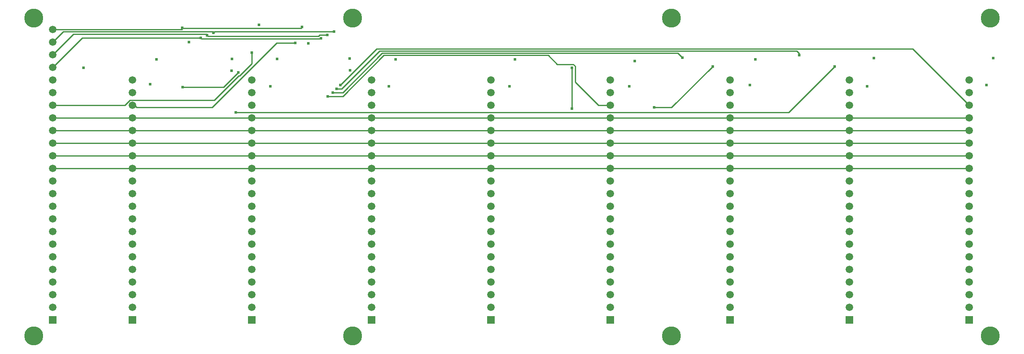
<source format=gbl>
%FSLAX42Y42*%
%MOMM*%
G71*
G01*
G75*
G04 Layer_Physical_Order=4*
G04 Layer_Color=16711680*
%ADD10C,1.00*%
%ADD11R,1.05X1.30*%
%ADD12R,1.30X1.05*%
%ADD13O,0.60X2.20*%
%ADD14C,0.25*%
%ADD15R,1.50X1.50*%
%ADD16C,1.50*%
%ADD17C,3.81*%
%ADD18C,0.61*%
%ADD19C,0.76*%
D14*
X875Y6413D02*
X1087Y6625D01*
X875Y6159D02*
X1291Y6575D01*
X875Y5905D02*
X1470Y6500D01*
X3850D01*
X6256Y6481D02*
X6266Y6491D01*
X3869Y6481D02*
X6256D01*
X3850Y6500D02*
X3869Y6481D01*
X3975Y6550D02*
X3994Y6531D01*
X6209D01*
X6237Y6559D01*
X6391D01*
X6393Y6558D01*
X1291Y6575D02*
X3975D01*
X6524Y6626D02*
X6525Y6625D01*
X4126Y6626D02*
X6524D01*
X4100Y6600D02*
X4126Y6626D01*
X1087Y6625D02*
X4100D01*
X3475Y6700D02*
X3483Y6692D01*
X5861D01*
X5885Y6716D01*
X876Y6668D02*
X3475D01*
X5375Y6400D02*
X5750D01*
X3485Y5510D02*
X4309D01*
X4602Y5802D01*
X4602D01*
X4875Y5978D02*
Y6200D01*
X4630Y5733D02*
X4875Y5978D01*
X4608Y5733D02*
X4630D01*
X2475Y5143D02*
X2537D01*
Y5125D02*
Y5143D01*
Y5125D02*
X2563Y5100D01*
X4075D01*
X5375Y6400D01*
X4123Y5248D02*
X4608Y5733D01*
X2431Y5248D02*
X4123D01*
X2326Y5143D02*
X2431Y5248D01*
X875Y5143D02*
X2326D01*
X6575Y5475D02*
X6675D01*
X6500Y5400D02*
X6700D01*
X6400Y5325D02*
X6700D01*
X18138Y6280D02*
X19275Y5143D01*
X6650Y5550D02*
X7380Y6280D01*
X15813Y6236D02*
X15868Y6182D01*
X6675Y5475D02*
X7436Y6236D01*
X13425Y6193D02*
X13518Y6100D01*
X6700Y5400D02*
X7493Y6193D01*
X7380Y6280D02*
X18138D01*
X7436Y6236D02*
X15813D01*
X7493Y6193D02*
X13425D01*
X6700Y5325D02*
X7525Y6150D01*
X11832Y5143D02*
X12075D01*
X7525Y6150D02*
X10825D01*
X11328Y5969D02*
X11369Y5928D01*
X10825Y6150D02*
X11006Y5969D01*
X11369Y5606D02*
X11832Y5143D01*
X11006Y5969D02*
X11328D01*
X11369Y5606D02*
Y5928D01*
X11300Y5075D02*
Y5900D01*
X12950Y5100D02*
X13300D01*
X14125Y5925D01*
X875Y3873D02*
X2475D01*
X4875D01*
X7275D01*
X9675D01*
X12075D01*
X14475D01*
X16875D01*
X19275D01*
X875Y4127D02*
X2475D01*
X4875D01*
X7275D02*
X9675D01*
X12075D01*
X14475D01*
X16875D01*
X19275D01*
X4875D02*
X7275D01*
X875Y4381D02*
X2475D01*
X4875D01*
X7275D01*
X9675D01*
X12075D01*
X14475D01*
X16875D01*
X19275D01*
X875Y4635D02*
X2475D01*
X4875D01*
X7275D01*
X9675D01*
X12075D01*
X14475D01*
X16875D01*
X4550Y5000D02*
X15650D01*
X16575Y5925D01*
X16875Y4635D02*
X19275D01*
X875Y4889D02*
X2475D01*
X4875D01*
X7275D01*
X9675D01*
X12075D01*
X14475D01*
X16875D01*
X19275D01*
D15*
Y825D02*
D03*
X2475D02*
D03*
X4875D02*
D03*
X7275D02*
D03*
X9675D02*
D03*
X12075D02*
D03*
X14475D02*
D03*
X16875D02*
D03*
X875D02*
D03*
D16*
X19275Y1079D02*
D03*
Y1333D02*
D03*
Y1587D02*
D03*
Y1841D02*
D03*
Y2095D02*
D03*
Y2349D02*
D03*
Y2603D02*
D03*
Y2857D02*
D03*
Y3111D02*
D03*
Y3365D02*
D03*
Y3619D02*
D03*
Y3873D02*
D03*
Y4127D02*
D03*
Y4381D02*
D03*
Y4635D02*
D03*
Y4889D02*
D03*
Y5143D02*
D03*
Y5397D02*
D03*
Y5651D02*
D03*
X2475Y1079D02*
D03*
Y1333D02*
D03*
Y1587D02*
D03*
Y1841D02*
D03*
Y2095D02*
D03*
Y2349D02*
D03*
Y2603D02*
D03*
Y2857D02*
D03*
Y3111D02*
D03*
Y3365D02*
D03*
Y3619D02*
D03*
Y3873D02*
D03*
Y4127D02*
D03*
Y4381D02*
D03*
Y4635D02*
D03*
Y4889D02*
D03*
Y5143D02*
D03*
Y5397D02*
D03*
Y5651D02*
D03*
X4875Y1079D02*
D03*
Y1333D02*
D03*
Y1587D02*
D03*
Y1841D02*
D03*
Y2095D02*
D03*
Y2349D02*
D03*
Y2603D02*
D03*
Y2857D02*
D03*
Y3111D02*
D03*
Y3365D02*
D03*
Y3619D02*
D03*
Y3873D02*
D03*
Y4127D02*
D03*
Y4381D02*
D03*
Y4635D02*
D03*
Y4889D02*
D03*
Y5143D02*
D03*
Y5397D02*
D03*
Y5651D02*
D03*
X7275Y1079D02*
D03*
Y1333D02*
D03*
Y1587D02*
D03*
Y1841D02*
D03*
Y2095D02*
D03*
Y2349D02*
D03*
Y2603D02*
D03*
Y2857D02*
D03*
Y3111D02*
D03*
Y3365D02*
D03*
Y3619D02*
D03*
Y3873D02*
D03*
Y4127D02*
D03*
Y4381D02*
D03*
Y4635D02*
D03*
Y4889D02*
D03*
Y5143D02*
D03*
Y5397D02*
D03*
Y5651D02*
D03*
X9675Y1079D02*
D03*
Y1333D02*
D03*
Y1587D02*
D03*
Y1841D02*
D03*
Y2095D02*
D03*
Y2349D02*
D03*
Y2603D02*
D03*
Y2857D02*
D03*
Y3111D02*
D03*
Y3365D02*
D03*
Y3619D02*
D03*
Y3873D02*
D03*
Y4127D02*
D03*
Y4381D02*
D03*
Y4635D02*
D03*
Y4889D02*
D03*
Y5143D02*
D03*
Y5397D02*
D03*
Y5651D02*
D03*
X12075Y1079D02*
D03*
Y1333D02*
D03*
Y1587D02*
D03*
Y1841D02*
D03*
Y2095D02*
D03*
Y2349D02*
D03*
Y2603D02*
D03*
Y2857D02*
D03*
Y3111D02*
D03*
Y3365D02*
D03*
Y3619D02*
D03*
Y3873D02*
D03*
Y4127D02*
D03*
Y4381D02*
D03*
Y4635D02*
D03*
Y4889D02*
D03*
Y5143D02*
D03*
Y5397D02*
D03*
Y5651D02*
D03*
X14475Y1079D02*
D03*
Y1333D02*
D03*
Y1587D02*
D03*
Y1841D02*
D03*
Y2095D02*
D03*
Y2349D02*
D03*
Y2603D02*
D03*
Y2857D02*
D03*
Y3111D02*
D03*
Y3365D02*
D03*
Y3619D02*
D03*
Y3873D02*
D03*
Y4127D02*
D03*
Y4381D02*
D03*
Y4635D02*
D03*
Y4889D02*
D03*
Y5143D02*
D03*
Y5397D02*
D03*
Y5651D02*
D03*
X16875Y1079D02*
D03*
Y1333D02*
D03*
Y1587D02*
D03*
Y1841D02*
D03*
Y2095D02*
D03*
Y2349D02*
D03*
Y2603D02*
D03*
Y2857D02*
D03*
Y3111D02*
D03*
Y3365D02*
D03*
Y3619D02*
D03*
Y3873D02*
D03*
Y4127D02*
D03*
Y4381D02*
D03*
Y4635D02*
D03*
Y4889D02*
D03*
Y5143D02*
D03*
Y5397D02*
D03*
Y5651D02*
D03*
X875Y6667D02*
D03*
Y6413D02*
D03*
Y6159D02*
D03*
Y5905D02*
D03*
Y5651D02*
D03*
Y5397D02*
D03*
Y5143D02*
D03*
Y4889D02*
D03*
Y4635D02*
D03*
Y4381D02*
D03*
Y4127D02*
D03*
Y3873D02*
D03*
Y3619D02*
D03*
Y3365D02*
D03*
Y3111D02*
D03*
Y2857D02*
D03*
Y2603D02*
D03*
Y2349D02*
D03*
Y2095D02*
D03*
Y1841D02*
D03*
Y1587D02*
D03*
Y1333D02*
D03*
Y1079D02*
D03*
D17*
X500Y6900D02*
D03*
X6900D02*
D03*
X13300D02*
D03*
X19700D02*
D03*
Y500D02*
D03*
X13300D02*
D03*
X6900D02*
D03*
X500D02*
D03*
D18*
X6400Y5325D02*
D03*
X3485Y5510D02*
D03*
X4475Y6075D02*
D03*
X4602Y5802D02*
D03*
X11300Y5900D02*
D03*
Y5075D02*
D03*
X14125Y5925D02*
D03*
X12950Y5100D02*
D03*
X4550Y5000D02*
D03*
X16575Y5925D02*
D03*
X6850Y5850D02*
D03*
X5750Y6400D02*
D03*
X4875Y6200D02*
D03*
X3850Y6500D02*
D03*
X3975Y6550D02*
D03*
X6012Y6389D02*
D03*
X3612Y6414D02*
D03*
X5885Y6716D02*
D03*
X6393Y6558D02*
D03*
X6525Y6625D02*
D03*
X6266Y6491D02*
D03*
X3475Y6700D02*
D03*
X4100Y6600D02*
D03*
X6840Y6085D02*
D03*
X2960Y6065D02*
D03*
X5015Y6760D02*
D03*
X5385Y6075D02*
D03*
X10160Y6065D02*
D03*
X12560Y6035D02*
D03*
X14985Y6065D02*
D03*
X17360Y6090D02*
D03*
X19760D02*
D03*
X1499Y5901D02*
D03*
X15868Y6150D02*
D03*
X13518Y6100D02*
D03*
X4465Y5840D02*
D03*
X6575Y5475D02*
D03*
X6650Y5550D02*
D03*
X6500Y5400D02*
D03*
X7760Y6065D02*
D03*
X5250Y5525D02*
D03*
X7625D02*
D03*
X10050D02*
D03*
X12450D02*
D03*
X14875Y5550D02*
D03*
X17225Y5525D02*
D03*
X19625Y5550D02*
D03*
X2838Y5563D02*
D03*
M02*

</source>
